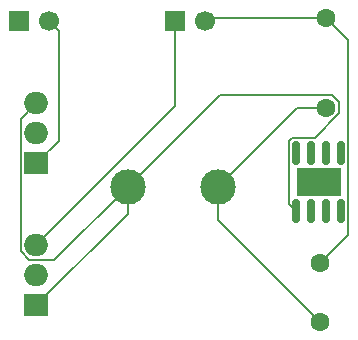
<source format=gbr>
%TF.GenerationSoftware,KiCad,Pcbnew,9.0.6*%
%TF.CreationDate,2025-12-23T20:16:15+05:30*%
%TF.ProjectId,Class D,436c6173-7320-4442-9e6b-696361645f70,rev?*%
%TF.SameCoordinates,Original*%
%TF.FileFunction,Copper,L1,Top*%
%TF.FilePolarity,Positive*%
%FSLAX46Y46*%
G04 Gerber Fmt 4.6, Leading zero omitted, Abs format (unit mm)*
G04 Created by KiCad (PCBNEW 9.0.6) date 2025-12-23 20:16:15*
%MOMM*%
%LPD*%
G01*
G04 APERTURE LIST*
G04 Aperture macros list*
%AMRoundRect*
0 Rectangle with rounded corners*
0 $1 Rounding radius*
0 $2 $3 $4 $5 $6 $7 $8 $9 X,Y pos of 4 corners*
0 Add a 4 corners polygon primitive as box body*
4,1,4,$2,$3,$4,$5,$6,$7,$8,$9,$2,$3,0*
0 Add four circle primitives for the rounded corners*
1,1,$1+$1,$2,$3*
1,1,$1+$1,$4,$5*
1,1,$1+$1,$6,$7*
1,1,$1+$1,$8,$9*
0 Add four rect primitives between the rounded corners*
20,1,$1+$1,$2,$3,$4,$5,0*
20,1,$1+$1,$4,$5,$6,$7,0*
20,1,$1+$1,$6,$7,$8,$9,0*
20,1,$1+$1,$8,$9,$2,$3,0*%
G04 Aperture macros list end*
%TA.AperFunction,ComponentPad*%
%ADD10C,1.700000*%
%TD*%
%TA.AperFunction,ComponentPad*%
%ADD11R,1.700000X1.700000*%
%TD*%
%TA.AperFunction,ComponentPad*%
%ADD12R,2.000000X1.905000*%
%TD*%
%TA.AperFunction,ComponentPad*%
%ADD13O,2.000000X1.905000*%
%TD*%
%TA.AperFunction,ComponentPad*%
%ADD14C,1.600000*%
%TD*%
%TA.AperFunction,ComponentPad*%
%ADD15C,3.000000*%
%TD*%
%TA.AperFunction,SMDPad,CuDef*%
%ADD16RoundRect,0.150000X0.150000X-0.825000X0.150000X0.825000X-0.150000X0.825000X-0.150000X-0.825000X0*%
%TD*%
%TA.AperFunction,HeatsinkPad*%
%ADD17R,3.810000X2.410000*%
%TD*%
%TA.AperFunction,Conductor*%
%ADD18C,0.200000*%
%TD*%
G04 APERTURE END LIST*
D10*
%TO.P,BT1,2,-*%
%TO.N,Net-(BT1--)*%
X51000000Y-47000000D03*
D11*
%TO.P,BT1,1,+*%
%TO.N,GNDREF*%
X48460000Y-47000000D03*
%TD*%
D10*
%TO.P,BT2,2,-*%
%TO.N,AC*%
X64265000Y-47000000D03*
D11*
%TO.P,BT2,1,+*%
%TO.N,Net-(BT2-+)*%
X61725000Y-47000000D03*
%TD*%
D12*
%TO.P,Q2,1,D*%
%TO.N,Net-(Q1-S)*%
X49950000Y-71040000D03*
D13*
%TO.P,Q2,2,G*%
%TO.N,unconnected-(Q2-G-Pad2)*%
X49950000Y-68500000D03*
%TO.P,Q2,3,S*%
%TO.N,Net-(BT2-+)*%
X49950000Y-65960000D03*
%TD*%
D14*
%TO.P,C1,1*%
%TO.N,Net-(C1-Pad1)*%
X74000000Y-72500000D03*
%TO.P,C1,2*%
%TO.N,AC*%
X74000000Y-67500000D03*
%TD*%
%TO.P,R1,1*%
%TO.N,Net-(C1-Pad1)*%
X74500000Y-54310000D03*
%TO.P,R1,2*%
%TO.N,AC*%
X74500000Y-46690000D03*
%TD*%
D15*
%TO.P,L1,1,1*%
%TO.N,Net-(Q1-S)*%
X57690000Y-61000000D03*
%TO.P,L1,2,2*%
%TO.N,Net-(C1-Pad1)*%
X65310000Y-61000000D03*
%TD*%
D12*
%TO.P,Q1,1,D*%
%TO.N,Net-(BT1--)*%
X49950000Y-59040000D03*
D13*
%TO.P,Q1,2,G*%
%TO.N,unconnected-(Q1-G-Pad2)*%
X49950000Y-56500000D03*
%TO.P,Q1,3,S*%
%TO.N,Net-(Q1-S)*%
X49950000Y-53960000D03*
%TD*%
D16*
%TO.P,U1,1*%
%TO.N,Net-(Q1-S)*%
X71960000Y-63075000D03*
%TO.P,U1,2,-*%
%TO.N,unconnected-(U1A---Pad2)*%
X73230000Y-63075000D03*
%TO.P,U1,3,+*%
%TO.N,unconnected-(U1A-+-Pad3)*%
X74500000Y-63075000D03*
%TO.P,U1,4*%
%TO.N,N/C*%
X75770000Y-63075000D03*
%TO.P,U1,5*%
X75770000Y-58125000D03*
%TO.P,U1,6*%
X74500000Y-58125000D03*
%TO.P,U1,7*%
X73230000Y-58125000D03*
%TO.P,U1,8*%
X71960000Y-58125000D03*
D17*
%TO.P,U1,9*%
X73865000Y-60600000D03*
%TD*%
D18*
%TO.N,AC*%
X64575000Y-46690000D02*
X64265000Y-47000000D01*
X74500000Y-46690000D02*
X64575000Y-46690000D01*
X76371000Y-65129000D02*
X76371000Y-48561000D01*
X74000000Y-67500000D02*
X76371000Y-65129000D01*
X76371000Y-48561000D02*
X74500000Y-46690000D01*
%TO.N,unconnected-(Q1-G-Pad2)*%
X49950000Y-56050000D02*
X49950000Y-56500000D01*
X49950000Y-56050000D02*
X50000000Y-56000000D01*
%TO.N,Net-(Q1-S)*%
X49910000Y-54000000D02*
X49950000Y-53960000D01*
X49910000Y-54000000D02*
X49500000Y-54000000D01*
X48649000Y-55261000D02*
X49950000Y-53960000D01*
X49383283Y-67213500D02*
X48649000Y-66479217D01*
X51476500Y-67213500D02*
X49383283Y-67213500D01*
X48649000Y-66479217D02*
X48649000Y-55261000D01*
X57690000Y-61000000D02*
X51476500Y-67213500D01*
X71359000Y-62474000D02*
X71960000Y-63075000D01*
X71359000Y-57109032D02*
X71359000Y-62474000D01*
X71619032Y-56849000D02*
X71359000Y-57109032D01*
X75601000Y-54766050D02*
X73518050Y-56849000D01*
X75601000Y-53853950D02*
X75601000Y-54766050D01*
X74956050Y-53209000D02*
X75601000Y-53853950D01*
X73518050Y-56849000D02*
X71619032Y-56849000D01*
X65481000Y-53209000D02*
X74956050Y-53209000D01*
X57690000Y-61000000D02*
X65481000Y-53209000D01*
X57690000Y-63300000D02*
X49950000Y-71040000D01*
X57690000Y-61000000D02*
X57690000Y-63300000D01*
%TO.N,Net-(BT1--)*%
X51850000Y-57140000D02*
X49950000Y-59040000D01*
X51000000Y-47000000D02*
X51850000Y-47850000D01*
X51850000Y-47850000D02*
X51850000Y-57140000D01*
%TO.N,Net-(BT2-+)*%
X61725000Y-54185000D02*
X49950000Y-65960000D01*
X61725000Y-47000000D02*
X61725000Y-54185000D01*
%TO.N,Net-(C1-Pad1)*%
X65310000Y-63810000D02*
X74000000Y-72500000D01*
X65310000Y-61000000D02*
X65310000Y-63810000D01*
X72000000Y-54310000D02*
X74500000Y-54310000D01*
X65310000Y-61000000D02*
X72000000Y-54310000D01*
%TD*%
M02*

</source>
